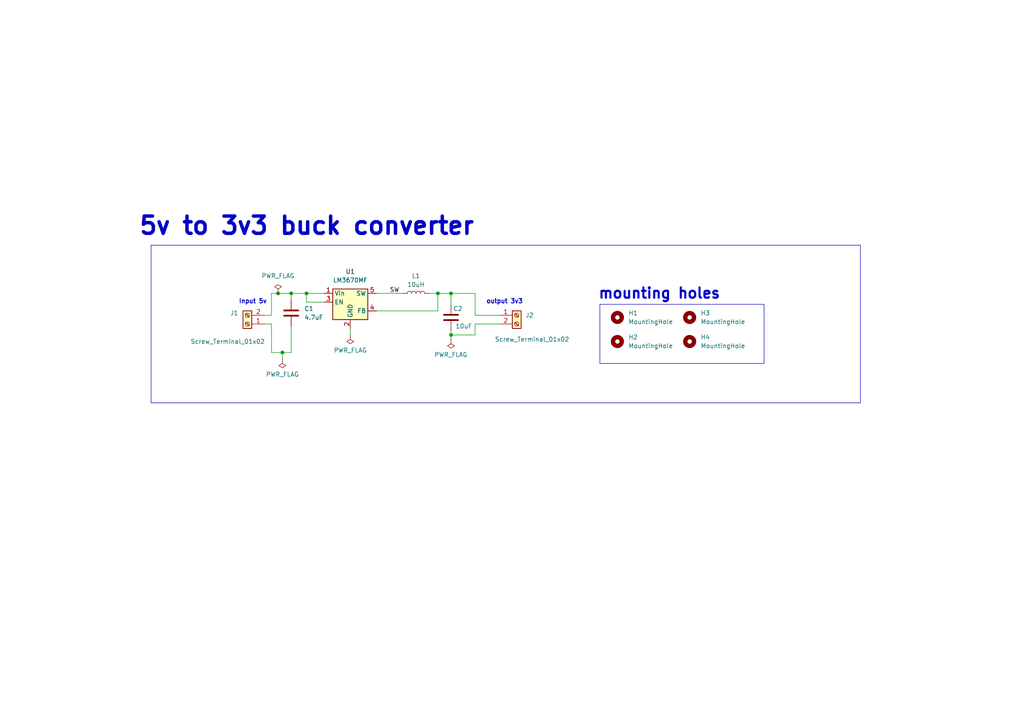
<source format=kicad_sch>
(kicad_sch (version 20230121) (generator eeschema)

  (uuid cc5f201c-2e78-4430-b888-3b6b5ac9e8f7)

  (paper "A4")

  (title_block
    (title "5v to 3v3 buck converter")
    (date "2023-12-31")
    (rev "version : 1")
    (company "Arthur : Lipson")
  )

  (lib_symbols
    (symbol "Connector:Screw_Terminal_01x02" (pin_names (offset 1.016) hide) (in_bom yes) (on_board yes)
      (property "Reference" "J" (at 0 2.54 0)
        (effects (font (size 1.27 1.27)))
      )
      (property "Value" "Screw_Terminal_01x02" (at 0 -5.08 0)
        (effects (font (size 1.27 1.27)))
      )
      (property "Footprint" "" (at 0 0 0)
        (effects (font (size 1.27 1.27)) hide)
      )
      (property "Datasheet" "~" (at 0 0 0)
        (effects (font (size 1.27 1.27)) hide)
      )
      (property "ki_keywords" "screw terminal" (at 0 0 0)
        (effects (font (size 1.27 1.27)) hide)
      )
      (property "ki_description" "Generic screw terminal, single row, 01x02, script generated (kicad-library-utils/schlib/autogen/connector/)" (at 0 0 0)
        (effects (font (size 1.27 1.27)) hide)
      )
      (property "ki_fp_filters" "TerminalBlock*:*" (at 0 0 0)
        (effects (font (size 1.27 1.27)) hide)
      )
      (symbol "Screw_Terminal_01x02_1_1"
        (rectangle (start -1.27 1.27) (end 1.27 -3.81)
          (stroke (width 0.254) (type default))
          (fill (type background))
        )
        (circle (center 0 -2.54) (radius 0.635)
          (stroke (width 0.1524) (type default))
          (fill (type none))
        )
        (polyline
          (pts
            (xy -0.5334 -2.2098)
            (xy 0.3302 -3.048)
          )
          (stroke (width 0.1524) (type default))
          (fill (type none))
        )
        (polyline
          (pts
            (xy -0.5334 0.3302)
            (xy 0.3302 -0.508)
          )
          (stroke (width 0.1524) (type default))
          (fill (type none))
        )
        (polyline
          (pts
            (xy -0.3556 -2.032)
            (xy 0.508 -2.8702)
          )
          (stroke (width 0.1524) (type default))
          (fill (type none))
        )
        (polyline
          (pts
            (xy -0.3556 0.508)
            (xy 0.508 -0.3302)
          )
          (stroke (width 0.1524) (type default))
          (fill (type none))
        )
        (circle (center 0 0) (radius 0.635)
          (stroke (width 0.1524) (type default))
          (fill (type none))
        )
        (pin passive line (at -5.08 0 0) (length 3.81)
          (name "Pin_1" (effects (font (size 1.27 1.27))))
          (number "1" (effects (font (size 1.27 1.27))))
        )
        (pin passive line (at -5.08 -2.54 0) (length 3.81)
          (name "Pin_2" (effects (font (size 1.27 1.27))))
          (number "2" (effects (font (size 1.27 1.27))))
        )
      )
    )
    (symbol "Device:C" (pin_numbers hide) (pin_names (offset 0.254)) (in_bom yes) (on_board yes)
      (property "Reference" "C" (at 0.635 2.54 0)
        (effects (font (size 1.27 1.27)) (justify left))
      )
      (property "Value" "C" (at 0.635 -2.54 0)
        (effects (font (size 1.27 1.27)) (justify left))
      )
      (property "Footprint" "" (at 0.9652 -3.81 0)
        (effects (font (size 1.27 1.27)) hide)
      )
      (property "Datasheet" "~" (at 0 0 0)
        (effects (font (size 1.27 1.27)) hide)
      )
      (property "ki_keywords" "cap capacitor" (at 0 0 0)
        (effects (font (size 1.27 1.27)) hide)
      )
      (property "ki_description" "Unpolarized capacitor" (at 0 0 0)
        (effects (font (size 1.27 1.27)) hide)
      )
      (property "ki_fp_filters" "C_*" (at 0 0 0)
        (effects (font (size 1.27 1.27)) hide)
      )
      (symbol "C_0_1"
        (polyline
          (pts
            (xy -2.032 -0.762)
            (xy 2.032 -0.762)
          )
          (stroke (width 0.508) (type default))
          (fill (type none))
        )
        (polyline
          (pts
            (xy -2.032 0.762)
            (xy 2.032 0.762)
          )
          (stroke (width 0.508) (type default))
          (fill (type none))
        )
      )
      (symbol "C_1_1"
        (pin passive line (at 0 3.81 270) (length 2.794)
          (name "~" (effects (font (size 1.27 1.27))))
          (number "1" (effects (font (size 1.27 1.27))))
        )
        (pin passive line (at 0 -3.81 90) (length 2.794)
          (name "~" (effects (font (size 1.27 1.27))))
          (number "2" (effects (font (size 1.27 1.27))))
        )
      )
    )
    (symbol "Device:L" (pin_numbers hide) (pin_names (offset 1.016) hide) (in_bom yes) (on_board yes)
      (property "Reference" "L" (at -1.27 0 90)
        (effects (font (size 1.27 1.27)))
      )
      (property "Value" "L" (at 1.905 0 90)
        (effects (font (size 1.27 1.27)))
      )
      (property "Footprint" "" (at 0 0 0)
        (effects (font (size 1.27 1.27)) hide)
      )
      (property "Datasheet" "~" (at 0 0 0)
        (effects (font (size 1.27 1.27)) hide)
      )
      (property "ki_keywords" "inductor choke coil reactor magnetic" (at 0 0 0)
        (effects (font (size 1.27 1.27)) hide)
      )
      (property "ki_description" "Inductor" (at 0 0 0)
        (effects (font (size 1.27 1.27)) hide)
      )
      (property "ki_fp_filters" "Choke_* *Coil* Inductor_* L_*" (at 0 0 0)
        (effects (font (size 1.27 1.27)) hide)
      )
      (symbol "L_0_1"
        (arc (start 0 -2.54) (mid 0.6323 -1.905) (end 0 -1.27)
          (stroke (width 0) (type default))
          (fill (type none))
        )
        (arc (start 0 -1.27) (mid 0.6323 -0.635) (end 0 0)
          (stroke (width 0) (type default))
          (fill (type none))
        )
        (arc (start 0 0) (mid 0.6323 0.635) (end 0 1.27)
          (stroke (width 0) (type default))
          (fill (type none))
        )
        (arc (start 0 1.27) (mid 0.6323 1.905) (end 0 2.54)
          (stroke (width 0) (type default))
          (fill (type none))
        )
      )
      (symbol "L_1_1"
        (pin passive line (at 0 3.81 270) (length 1.27)
          (name "1" (effects (font (size 1.27 1.27))))
          (number "1" (effects (font (size 1.27 1.27))))
        )
        (pin passive line (at 0 -3.81 90) (length 1.27)
          (name "2" (effects (font (size 1.27 1.27))))
          (number "2" (effects (font (size 1.27 1.27))))
        )
      )
    )
    (symbol "Mechanical:MountingHole" (pin_names (offset 1.016)) (in_bom yes) (on_board yes)
      (property "Reference" "H" (at 0 5.08 0)
        (effects (font (size 1.27 1.27)))
      )
      (property "Value" "MountingHole" (at 0 3.175 0)
        (effects (font (size 1.27 1.27)))
      )
      (property "Footprint" "" (at 0 0 0)
        (effects (font (size 1.27 1.27)) hide)
      )
      (property "Datasheet" "~" (at 0 0 0)
        (effects (font (size 1.27 1.27)) hide)
      )
      (property "ki_keywords" "mounting hole" (at 0 0 0)
        (effects (font (size 1.27 1.27)) hide)
      )
      (property "ki_description" "Mounting Hole without connection" (at 0 0 0)
        (effects (font (size 1.27 1.27)) hide)
      )
      (property "ki_fp_filters" "MountingHole*" (at 0 0 0)
        (effects (font (size 1.27 1.27)) hide)
      )
      (symbol "MountingHole_0_1"
        (circle (center 0 0) (radius 1.27)
          (stroke (width 1.27) (type default))
          (fill (type none))
        )
      )
    )
    (symbol "Regulator_Switching:LM3670MF" (in_bom yes) (on_board yes)
      (property "Reference" "U" (at -5.08 5.08 0)
        (effects (font (size 1.27 1.27)) (justify left))
      )
      (property "Value" "LM3670MF" (at 0 5.08 0)
        (effects (font (size 1.27 1.27)) (justify left))
      )
      (property "Footprint" "Package_TO_SOT_SMD:TSOT-23-5" (at 1.27 -6.35 0)
        (effects (font (size 1.27 1.27)) (justify left) hide)
      )
      (property "Datasheet" "http://www.ti.com/lit/ds/symlink/lm3670.pdf" (at -6.35 -8.89 0)
        (effects (font (size 1.27 1.27)) hide)
      )
      (property "ki_keywords" "DC-DC buck converter step down voltage regulator" (at 0 0 0)
        (effects (font (size 1.27 1.27)) hide)
      )
      (property "ki_description" "Miniature Step-Down DC-DC Converter for Ultralow Voltage Circuits, 2.5V < Vin < 5.5V, adjustable output voltage, SOT-23-5" (at 0 0 0)
        (effects (font (size 1.27 1.27)) hide)
      )
      (property "ki_fp_filters" "TSOT?23*" (at 0 0 0)
        (effects (font (size 1.27 1.27)) hide)
      )
      (symbol "LM3670MF_0_1"
        (rectangle (start -5.08 3.81) (end 5.08 -5.08)
          (stroke (width 0.254) (type default))
          (fill (type background))
        )
      )
      (symbol "LM3670MF_1_1"
        (pin power_in line (at -7.62 2.54 0) (length 2.54)
          (name "Vin" (effects (font (size 1.27 1.27))))
          (number "1" (effects (font (size 1.27 1.27))))
        )
        (pin power_in line (at 0 -7.62 90) (length 2.54)
          (name "GND" (effects (font (size 1.27 1.27))))
          (number "2" (effects (font (size 1.27 1.27))))
        )
        (pin input line (at -7.62 0 0) (length 2.54)
          (name "EN" (effects (font (size 1.27 1.27))))
          (number "3" (effects (font (size 1.27 1.27))))
        )
        (pin input line (at 7.62 -2.54 180) (length 2.54)
          (name "FB" (effects (font (size 1.27 1.27))))
          (number "4" (effects (font (size 1.27 1.27))))
        )
        (pin input line (at 7.62 2.54 180) (length 2.54)
          (name "SW" (effects (font (size 1.27 1.27))))
          (number "5" (effects (font (size 1.27 1.27))))
        )
      )
    )
    (symbol "power:PWR_FLAG" (power) (pin_numbers hide) (pin_names (offset 0) hide) (in_bom yes) (on_board yes)
      (property "Reference" "#FLG" (at 0 1.905 0)
        (effects (font (size 1.27 1.27)) hide)
      )
      (property "Value" "PWR_FLAG" (at 0 3.81 0)
        (effects (font (size 1.27 1.27)))
      )
      (property "Footprint" "" (at 0 0 0)
        (effects (font (size 1.27 1.27)) hide)
      )
      (property "Datasheet" "~" (at 0 0 0)
        (effects (font (size 1.27 1.27)) hide)
      )
      (property "ki_keywords" "flag power" (at 0 0 0)
        (effects (font (size 1.27 1.27)) hide)
      )
      (property "ki_description" "Special symbol for telling ERC where power comes from" (at 0 0 0)
        (effects (font (size 1.27 1.27)) hide)
      )
      (symbol "PWR_FLAG_0_0"
        (pin power_out line (at 0 0 90) (length 0)
          (name "pwr" (effects (font (size 1.27 1.27))))
          (number "1" (effects (font (size 1.27 1.27))))
        )
      )
      (symbol "PWR_FLAG_0_1"
        (polyline
          (pts
            (xy 0 0)
            (xy 0 1.27)
            (xy -1.016 1.905)
            (xy 0 2.54)
            (xy 1.016 1.905)
            (xy 0 1.27)
          )
          (stroke (width 0) (type default))
          (fill (type none))
        )
      )
    )
  )

  (junction (at 84.455 85.09) (diameter 0) (color 0 0 0 0)
    (uuid 13fe5b38-157a-410a-b69e-70b5119d2af9)
  )
  (junction (at 130.81 97.155) (diameter 0) (color 0 0 0 0)
    (uuid 2f9e7a6b-6b3d-4526-abbe-561dbb043de0)
  )
  (junction (at 80.645 85.09) (diameter 0) (color 0 0 0 0)
    (uuid 3612e57f-6cf7-4a44-85dd-50a688bbc21f)
  )
  (junction (at 88.9 85.09) (diameter 0) (color 0 0 0 0)
    (uuid 6545c0cf-8114-413f-8edd-aa1316844434)
  )
  (junction (at 127 85.09) (diameter 0) (color 0 0 0 0)
    (uuid d72153a7-4b71-44d7-88ff-644bd08229a1)
  )
  (junction (at 81.915 102.235) (diameter 0) (color 0 0 0 0)
    (uuid ee42f4d7-89ce-437c-98be-e0b521c6561f)
  )
  (junction (at 130.81 85.09) (diameter 0) (color 0 0 0 0)
    (uuid f1772f3a-1ce8-4333-b257-3d3b79e1e13f)
  )

  (wire (pts (xy 76.835 91.44) (xy 78.74 91.44))
    (stroke (width 0) (type default))
    (uuid 08788382-9515-453f-9e12-7b17ef2fb291)
  )
  (wire (pts (xy 80.645 85.09) (xy 84.455 85.09))
    (stroke (width 0) (type default))
    (uuid 0ad3add6-cbe8-42df-bd12-83ac99c47e47)
  )
  (wire (pts (xy 78.74 93.98) (xy 78.74 102.235))
    (stroke (width 0) (type default))
    (uuid 1a9d3424-5d22-4673-84a8-15c2b61e822d)
  )
  (wire (pts (xy 78.74 91.44) (xy 78.74 85.09))
    (stroke (width 0) (type default))
    (uuid 2b30af95-1c25-4b19-953c-d218f925c8b7)
  )
  (wire (pts (xy 84.455 102.235) (xy 84.455 94.615))
    (stroke (width 0) (type default))
    (uuid 2d85e960-35b7-4a74-bb68-974f47f9317c)
  )
  (wire (pts (xy 127 85.09) (xy 127 90.17))
    (stroke (width 0) (type default))
    (uuid 48ffa324-3d6a-4732-b35e-3b53a10ebc6b)
  )
  (wire (pts (xy 137.795 85.09) (xy 130.81 85.09))
    (stroke (width 0) (type default))
    (uuid 57afe9ba-e70d-42dc-b56a-fce1e72b7fbc)
  )
  (wire (pts (xy 130.81 97.155) (xy 130.81 98.425))
    (stroke (width 0) (type default))
    (uuid 5818e0de-d535-477e-8eff-6e53a6125b33)
  )
  (wire (pts (xy 78.74 102.235) (xy 81.915 102.235))
    (stroke (width 0) (type default))
    (uuid 59d73f94-7e58-41a2-a65d-4e11f4d0a05e)
  )
  (wire (pts (xy 81.915 102.235) (xy 81.915 104.14))
    (stroke (width 0) (type default))
    (uuid 5e309d1f-9e55-4c4a-b715-9f0f557c3dd1)
  )
  (wire (pts (xy 130.81 97.155) (xy 137.795 97.155))
    (stroke (width 0) (type default))
    (uuid 63b46067-1c6e-408a-9aaa-0c70f4090873)
  )
  (wire (pts (xy 144.78 93.98) (xy 137.795 93.98))
    (stroke (width 0) (type default))
    (uuid 67f86f08-8141-445a-be13-e84dcea8db21)
  )
  (wire (pts (xy 109.22 85.09) (xy 116.84 85.09))
    (stroke (width 0) (type default))
    (uuid 6b20aa7e-cebb-4d9b-bc77-ecd1b3ff3265)
  )
  (wire (pts (xy 127 85.09) (xy 130.81 85.09))
    (stroke (width 0) (type default))
    (uuid 6c246d5a-b477-4506-a585-e1cd2078b142)
  )
  (wire (pts (xy 88.9 85.09) (xy 88.9 87.63))
    (stroke (width 0) (type default))
    (uuid 7c877f47-c024-4ac7-9f84-6da0982d5397)
  )
  (wire (pts (xy 124.46 85.09) (xy 127 85.09))
    (stroke (width 0) (type default))
    (uuid 8170ee68-7dfb-410c-a962-5707fefa3055)
  )
  (wire (pts (xy 84.455 86.995) (xy 84.455 85.09))
    (stroke (width 0) (type default))
    (uuid 8487a73c-deab-4285-a477-353faa81977e)
  )
  (wire (pts (xy 93.98 87.63) (xy 88.9 87.63))
    (stroke (width 0) (type default))
    (uuid 89d5a9de-59cf-4289-957b-a6ec234b97c7)
  )
  (wire (pts (xy 130.81 95.885) (xy 130.81 97.155))
    (stroke (width 0) (type default))
    (uuid 97b89ede-89cc-4eb4-8af6-583da5bc7186)
  )
  (wire (pts (xy 137.795 93.98) (xy 137.795 97.155))
    (stroke (width 0) (type default))
    (uuid a502b6fe-1806-4f19-8cba-e4a4e938b050)
  )
  (wire (pts (xy 130.81 85.09) (xy 130.81 88.265))
    (stroke (width 0) (type default))
    (uuid b260ad2e-9413-4b3d-97ae-2918e05f6356)
  )
  (wire (pts (xy 78.74 85.09) (xy 80.645 85.09))
    (stroke (width 0) (type default))
    (uuid b7811b5a-31bf-42d9-bbd2-2c7233c17d27)
  )
  (wire (pts (xy 88.9 85.09) (xy 93.98 85.09))
    (stroke (width 0) (type default))
    (uuid bcc89ae8-9916-408a-bb7d-2453d0822323)
  )
  (wire (pts (xy 137.795 91.44) (xy 144.78 91.44))
    (stroke (width 0) (type default))
    (uuid beba0a50-8ce8-4a7f-a1ef-0db24c35898d)
  )
  (wire (pts (xy 81.915 102.235) (xy 84.455 102.235))
    (stroke (width 0) (type default))
    (uuid bebf3cd7-964b-40c2-82be-acfb4b02c271)
  )
  (wire (pts (xy 76.835 93.98) (xy 78.74 93.98))
    (stroke (width 0) (type default))
    (uuid ca531da3-eede-4581-80e9-1f9a68481b5e)
  )
  (wire (pts (xy 101.6 95.25) (xy 101.6 97.155))
    (stroke (width 0) (type default))
    (uuid e1f19599-1cd1-48a4-8335-a10813cf35c6)
  )
  (wire (pts (xy 137.795 91.44) (xy 137.795 85.09))
    (stroke (width 0) (type default))
    (uuid ed35c89d-c1e8-439c-88c4-adba6a5ae15b)
  )
  (wire (pts (xy 84.455 85.09) (xy 88.9 85.09))
    (stroke (width 0) (type default))
    (uuid f5aebfff-f502-40b9-9950-ab858930f749)
  )
  (wire (pts (xy 109.22 90.17) (xy 127 90.17))
    (stroke (width 0) (type default))
    (uuid fca0bd59-b59b-4129-b23c-f443a1e3b267)
  )

  (rectangle (start 43.815 71.12) (end 249.555 116.84)
    (stroke (width 0) (type default))
    (fill (type none))
    (uuid 2d248079-df41-406a-892e-33ed3c46c053)
  )
  (rectangle (start 173.99 88.265) (end 221.615 105.41)
    (stroke (width 0) (type default))
    (fill (type none))
    (uuid 7ccb0ce3-9c12-43ea-98c4-82dfba88523d)
  )

  (text "Input 5v" (at 69.215 88.265 0)
    (effects (font (size 1.27 1.27) (thickness 0.254) bold) (justify left bottom))
    (uuid 529e426d-ec24-4b3e-bb28-71bd6126e9b8)
  )
  (text "output 3v3\n" (at 140.97 88.265 0)
    (effects (font (size 1.27 1.27) (thickness 0.254) bold) (justify left bottom))
    (uuid 90db5db9-0080-4933-a8ba-51ea7e773b8b)
  )
  (text "mounting holes\n" (at 173.355 86.995 0)
    (effects (font (size 3 3) (thickness 0.6) bold) (justify left bottom))
    (uuid a25b817e-22fc-4d04-bef9-682b71608381)
  )
  (text "5v to 3v3 buck converter\n" (at 40.005 68.58 0)
    (effects (font (size 5 5) (thickness 1) bold) (justify left bottom))
    (uuid a9ea2f54-a994-4cf8-ad04-8aa6efa8f596)
  )

  (label "SW" (at 113.03 85.09 0) (fields_autoplaced)
    (effects (font (size 1.27 1.27)) (justify left bottom))
    (uuid 375fe6f1-7640-4af5-b6a8-493fc6a5c51c)
  )

  (symbol (lib_id "Connector:Screw_Terminal_01x02") (at 71.755 93.98 180) (unit 1)
    (in_bom yes) (on_board yes) (dnp no)
    (uuid 32bbe7bb-30a7-43b8-88b9-e097c492cd2e)
    (property "Reference" "J1" (at 67.945 90.805 0)
      (effects (font (size 1.27 1.27)))
    )
    (property "Value" "Screw_Terminal_01x02" (at 66.04 99.06 0)
      (effects (font (size 1.27 1.27)))
    )
    (property "Footprint" "TerminalBlock_Phoenix:TerminalBlock_Phoenix_MKDS-1,5-2-5.08_1x02_P5.08mm_Horizontal" (at 71.755 93.98 0)
      (effects (font (size 1.27 1.27)) hide)
    )
    (property "Datasheet" "~" (at 71.755 93.98 0)
      (effects (font (size 1.27 1.27)) hide)
    )
    (pin "1" (uuid 85b155f1-9df5-4b64-b653-e94003f20945))
    (pin "2" (uuid 542ced97-cbe2-4ca9-a284-5661776a21b8))
    (instances
      (project "Buck_Converter"
        (path "/cc5f201c-2e78-4430-b888-3b6b5ac9e8f7"
          (reference "J1") (unit 1)
        )
      )
    )
  )

  (symbol (lib_id "Mechanical:MountingHole") (at 179.07 92.075 0) (unit 1)
    (in_bom yes) (on_board yes) (dnp no) (fields_autoplaced)
    (uuid 4850a7e8-caae-47da-ba52-7355b5e296cb)
    (property "Reference" "H1" (at 182.245 90.805 0)
      (effects (font (size 1.27 1.27)) (justify left))
    )
    (property "Value" "MountingHole" (at 182.245 93.345 0)
      (effects (font (size 1.27 1.27)) (justify left))
    )
    (property "Footprint" "MountingHole:MountingHole_2.2mm_M2" (at 179.07 92.075 0)
      (effects (font (size 1.27 1.27)) hide)
    )
    (property "Datasheet" "~" (at 179.07 92.075 0)
      (effects (font (size 1.27 1.27)) hide)
    )
    (instances
      (project "Buck_Converter"
        (path "/cc5f201c-2e78-4430-b888-3b6b5ac9e8f7"
          (reference "H1") (unit 1)
        )
      )
    )
  )

  (symbol (lib_id "power:PWR_FLAG") (at 130.81 98.425 180) (unit 1)
    (in_bom yes) (on_board yes) (dnp no) (fields_autoplaced)
    (uuid 4d9ec4c8-ca97-40cc-a3d2-2100c4963a0c)
    (property "Reference" "#FLG04" (at 130.81 100.33 0)
      (effects (font (size 1.27 1.27)) hide)
    )
    (property "Value" "PWR_FLAG" (at 130.81 102.87 0)
      (effects (font (size 1.27 1.27)))
    )
    (property "Footprint" "" (at 130.81 98.425 0)
      (effects (font (size 1.27 1.27)) hide)
    )
    (property "Datasheet" "~" (at 130.81 98.425 0)
      (effects (font (size 1.27 1.27)) hide)
    )
    (pin "1" (uuid e333033c-4705-4576-927f-0e96dd3a3b7b))
    (instances
      (project "Buck_Converter"
        (path "/cc5f201c-2e78-4430-b888-3b6b5ac9e8f7"
          (reference "#FLG04") (unit 1)
        )
      )
    )
  )

  (symbol (lib_id "power:PWR_FLAG") (at 81.915 104.14 180) (unit 1)
    (in_bom yes) (on_board yes) (dnp no) (fields_autoplaced)
    (uuid 66f783a2-b82e-415b-aa64-d2fcc83686d0)
    (property "Reference" "#FLG02" (at 81.915 106.045 0)
      (effects (font (size 1.27 1.27)) hide)
    )
    (property "Value" "PWR_FLAG" (at 81.915 108.585 0)
      (effects (font (size 1.27 1.27)))
    )
    (property "Footprint" "" (at 81.915 104.14 0)
      (effects (font (size 1.27 1.27)) hide)
    )
    (property "Datasheet" "~" (at 81.915 104.14 0)
      (effects (font (size 1.27 1.27)) hide)
    )
    (pin "1" (uuid 44148527-cbea-437c-8ef7-866730622950))
    (instances
      (project "Buck_Converter"
        (path "/cc5f201c-2e78-4430-b888-3b6b5ac9e8f7"
          (reference "#FLG02") (unit 1)
        )
      )
    )
  )

  (symbol (lib_id "Mechanical:MountingHole") (at 179.07 99.06 0) (unit 1)
    (in_bom yes) (on_board yes) (dnp no) (fields_autoplaced)
    (uuid 685d6157-3f4e-42be-a239-bc776e4df9b6)
    (property "Reference" "H2" (at 182.245 97.79 0)
      (effects (font (size 1.27 1.27)) (justify left))
    )
    (property "Value" "MountingHole" (at 182.245 100.33 0)
      (effects (font (size 1.27 1.27)) (justify left))
    )
    (property "Footprint" "MountingHole:MountingHole_2.2mm_M2" (at 179.07 99.06 0)
      (effects (font (size 1.27 1.27)) hide)
    )
    (property "Datasheet" "~" (at 179.07 99.06 0)
      (effects (font (size 1.27 1.27)) hide)
    )
    (instances
      (project "Buck_Converter"
        (path "/cc5f201c-2e78-4430-b888-3b6b5ac9e8f7"
          (reference "H2") (unit 1)
        )
      )
    )
  )

  (symbol (lib_id "Device:L") (at 120.65 85.09 90) (unit 1)
    (in_bom yes) (on_board yes) (dnp no) (fields_autoplaced)
    (uuid 737e6188-2c47-4f77-97b5-033d366cd372)
    (property "Reference" "L1" (at 120.65 80.01 90)
      (effects (font (size 1.27 1.27)))
    )
    (property "Value" "10uH" (at 120.65 82.55 90)
      (effects (font (size 1.27 1.27)))
    )
    (property "Footprint" "MyEELibrary:VLCF4024T-100MR90-2" (at 120.65 85.09 0)
      (effects (font (size 1.27 1.27)) hide)
    )
    (property "Datasheet" "~" (at 120.65 85.09 0)
      (effects (font (size 1.27 1.27)) hide)
    )
    (pin "1" (uuid 3208bf35-e320-43ed-9571-7c2e077cf93a))
    (pin "2" (uuid 374a543e-e7b1-4c0b-80be-1492680d922b))
    (instances
      (project "Buck_Converter"
        (path "/cc5f201c-2e78-4430-b888-3b6b5ac9e8f7"
          (reference "L1") (unit 1)
        )
      )
    )
  )

  (symbol (lib_id "Device:C") (at 130.81 92.075 0) (unit 1)
    (in_bom yes) (on_board yes) (dnp no)
    (uuid 752638a0-e5aa-40e0-96cf-8ce62c29fa43)
    (property "Reference" "C2" (at 131.445 89.535 0)
      (effects (font (size 1.27 1.27)) (justify left))
    )
    (property "Value" "10uF" (at 132.08 94.615 0)
      (effects (font (size 1.27 1.27)) (justify left))
    )
    (property "Footprint" "Capacitor_SMD:C_1206_3216Metric_Pad1.33x1.80mm_HandSolder" (at 131.7752 95.885 0)
      (effects (font (size 1.27 1.27)) hide)
    )
    (property "Datasheet" "~" (at 130.81 92.075 0)
      (effects (font (size 1.27 1.27)) hide)
    )
    (pin "1" (uuid 2a937148-42e3-4792-8e3d-ebb4e5f94afb))
    (pin "2" (uuid 35a5bc2a-2913-465b-8a30-4038c1d56afc))
    (instances
      (project "Buck_Converter"
        (path "/cc5f201c-2e78-4430-b888-3b6b5ac9e8f7"
          (reference "C2") (unit 1)
        )
      )
    )
  )

  (symbol (lib_id "Device:C") (at 84.455 90.805 0) (unit 1)
    (in_bom yes) (on_board yes) (dnp no) (fields_autoplaced)
    (uuid 7d563935-ea1d-4820-951c-bc5bb420dda2)
    (property "Reference" "C1" (at 88.265 89.535 0)
      (effects (font (size 1.27 1.27)) (justify left))
    )
    (property "Value" "4.7uF" (at 88.265 92.075 0)
      (effects (font (size 1.27 1.27)) (justify left))
    )
    (property "Footprint" "Capacitor_SMD:C_0805_2012Metric_Pad1.18x1.45mm_HandSolder" (at 85.4202 94.615 0)
      (effects (font (size 1.27 1.27)) hide)
    )
    (property "Datasheet" "~" (at 84.455 90.805 0)
      (effects (font (size 1.27 1.27)) hide)
    )
    (pin "1" (uuid 3999646c-076d-4f15-a57c-c022efd4ff53))
    (pin "2" (uuid b457466b-bddf-4275-aba9-80c966c9c8e9))
    (instances
      (project "Buck_Converter"
        (path "/cc5f201c-2e78-4430-b888-3b6b5ac9e8f7"
          (reference "C1") (unit 1)
        )
      )
    )
  )

  (symbol (lib_id "Connector:Screw_Terminal_01x02") (at 149.86 91.44 0) (unit 1)
    (in_bom yes) (on_board yes) (dnp no)
    (uuid 8be0d466-3268-4450-b378-3c6f67c7e688)
    (property "Reference" "J2" (at 152.4 91.44 0)
      (effects (font (size 1.27 1.27)) (justify left))
    )
    (property "Value" "Screw_Terminal_01x02" (at 143.51 98.425 0)
      (effects (font (size 1.27 1.27)) (justify left))
    )
    (property "Footprint" "TerminalBlock_Phoenix:TerminalBlock_Phoenix_MKDS-1,5-2-5.08_1x02_P5.08mm_Horizontal" (at 149.86 91.44 0)
      (effects (font (size 1.27 1.27)) hide)
    )
    (property "Datasheet" "~" (at 149.86 91.44 0)
      (effects (font (size 1.27 1.27)) hide)
    )
    (pin "1" (uuid 8e2127f4-f6d3-49bb-984b-10e68c2e79a6))
    (pin "2" (uuid 0dfc62be-84d5-4829-94fc-e78ec3d96b84))
    (instances
      (project "Buck_Converter"
        (path "/cc5f201c-2e78-4430-b888-3b6b5ac9e8f7"
          (reference "J2") (unit 1)
        )
      )
    )
  )

  (symbol (lib_id "Regulator_Switching:LM3670MF") (at 101.6 87.63 0) (unit 1)
    (in_bom yes) (on_board yes) (dnp no) (fields_autoplaced)
    (uuid 8d9a8645-8d58-447f-b65a-9d590c5585b7)
    (property "Reference" "U1" (at 101.6 78.74 0)
      (effects (font (size 1.27 1.27)))
    )
    (property "Value" "LM3670MF" (at 101.6 81.28 0)
      (effects (font (size 1.27 1.27)))
    )
    (property "Footprint" "Package_TO_SOT_SMD:TSOT-23-5" (at 102.87 93.98 0)
      (effects (font (size 1.27 1.27)) (justify left) hide)
    )
    (property "Datasheet" "http://www.ti.com/lit/ds/symlink/lm3670.pdf" (at 95.25 96.52 0)
      (effects (font (size 1.27 1.27)) hide)
    )
    (pin "1" (uuid ba0b1e08-074e-4b43-abe8-edb3cbb8750b))
    (pin "2" (uuid 8ca60705-4c27-4a47-b716-0c4838a1929c))
    (pin "3" (uuid 7ca43ef2-4e95-497b-8d00-13990ae01b60))
    (pin "4" (uuid 8eb33286-5fd5-4e5a-83b9-9e9b1b418bad))
    (pin "5" (uuid 4bb71797-46cc-4614-befc-20985554db66))
    (instances
      (project "Buck_Converter"
        (path "/cc5f201c-2e78-4430-b888-3b6b5ac9e8f7"
          (reference "U1") (unit 1)
        )
      )
    )
  )

  (symbol (lib_id "power:PWR_FLAG") (at 101.6 97.155 180) (unit 1)
    (in_bom yes) (on_board yes) (dnp no) (fields_autoplaced)
    (uuid b3f0130c-43b7-466b-bd47-8dd110401c8d)
    (property "Reference" "#FLG03" (at 101.6 99.06 0)
      (effects (font (size 1.27 1.27)) hide)
    )
    (property "Value" "PWR_FLAG" (at 101.6 101.6 0)
      (effects (font (size 1.27 1.27)))
    )
    (property "Footprint" "" (at 101.6 97.155 0)
      (effects (font (size 1.27 1.27)) hide)
    )
    (property "Datasheet" "~" (at 101.6 97.155 0)
      (effects (font (size 1.27 1.27)) hide)
    )
    (pin "1" (uuid 3009f891-7fbc-408e-bc23-f745268fc46a))
    (instances
      (project "Buck_Converter"
        (path "/cc5f201c-2e78-4430-b888-3b6b5ac9e8f7"
          (reference "#FLG03") (unit 1)
        )
      )
    )
  )

  (symbol (lib_id "Mechanical:MountingHole") (at 200.025 99.06 0) (unit 1)
    (in_bom yes) (on_board yes) (dnp no) (fields_autoplaced)
    (uuid c947c6f9-1946-4295-afe0-54810ab3a372)
    (property "Reference" "H4" (at 203.2 97.79 0)
      (effects (font (size 1.27 1.27)) (justify left))
    )
    (property "Value" "MountingHole" (at 203.2 100.33 0)
      (effects (font (size 1.27 1.27)) (justify left))
    )
    (property "Footprint" "MountingHole:MountingHole_2.2mm_M2" (at 200.025 99.06 0)
      (effects (font (size 1.27 1.27)) hide)
    )
    (property "Datasheet" "~" (at 200.025 99.06 0)
      (effects (font (size 1.27 1.27)) hide)
    )
    (instances
      (project "Buck_Converter"
        (path "/cc5f201c-2e78-4430-b888-3b6b5ac9e8f7"
          (reference "H4") (unit 1)
        )
      )
    )
  )

  (symbol (lib_id "power:PWR_FLAG") (at 80.645 85.09 0) (unit 1)
    (in_bom yes) (on_board yes) (dnp no) (fields_autoplaced)
    (uuid e9aecb72-35e2-405e-8932-7e5df4d6e11c)
    (property "Reference" "#FLG01" (at 80.645 83.185 0)
      (effects (font (size 1.27 1.27)) hide)
    )
    (property "Value" "PWR_FLAG" (at 80.645 80.01 0)
      (effects (font (size 1.27 1.27)))
    )
    (property "Footprint" "" (at 80.645 85.09 0)
      (effects (font (size 1.27 1.27)) hide)
    )
    (property "Datasheet" "~" (at 80.645 85.09 0)
      (effects (font (size 1.27 1.27)) hide)
    )
    (pin "1" (uuid 5ec25b80-6b48-4173-bc99-27cce53d9ea4))
    (instances
      (project "Buck_Converter"
        (path "/cc5f201c-2e78-4430-b888-3b6b5ac9e8f7"
          (reference "#FLG01") (unit 1)
        )
      )
    )
  )

  (symbol (lib_id "Mechanical:MountingHole") (at 200.025 92.075 0) (unit 1)
    (in_bom yes) (on_board yes) (dnp no) (fields_autoplaced)
    (uuid fe07ae97-50fc-464d-926f-e7c137a6b27f)
    (property "Reference" "H3" (at 203.2 90.805 0)
      (effects (font (size 1.27 1.27)) (justify left))
    )
    (property "Value" "MountingHole" (at 203.2 93.345 0)
      (effects (font (size 1.27 1.27)) (justify left))
    )
    (property "Footprint" "MountingHole:MountingHole_2.2mm_M2" (at 200.025 92.075 0)
      (effects (font (size 1.27 1.27)) hide)
    )
    (property "Datasheet" "~" (at 200.025 92.075 0)
      (effects (font (size 1.27 1.27)) hide)
    )
    (instances
      (project "Buck_Converter"
        (path "/cc5f201c-2e78-4430-b888-3b6b5ac9e8f7"
          (reference "H3") (unit 1)
        )
      )
    )
  )

  (sheet_instances
    (path "/" (page "1"))
  )
)

</source>
